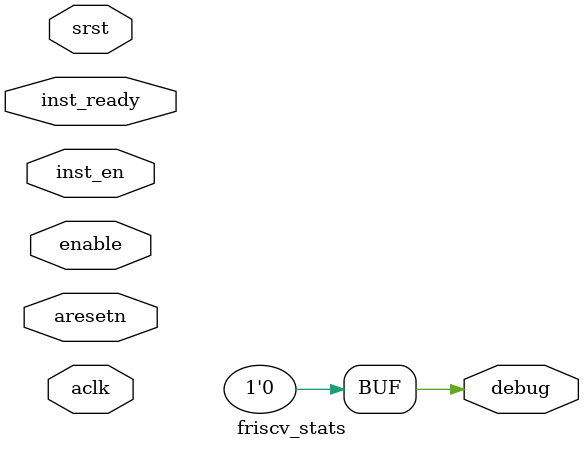
<source format=sv>

`timescale 1 ns / 1 ps
`default_nettype none

module friscv_stats

    #(
    parameter XLEN = 32
    )(
    input  logic        aclk,
    input  logic        aresetn,
    input  logic        srst,
    input  logic        enable,
    input  logic        inst_en,
    input  logic        inst_ready,
    output logic        debug
    );

    logic [XLEN-1:0] uptime;
    logic [XLEN-1:0] inst_wait;
    logic [XLEN-1:0] inst_served;

    // Number of active cycles since moved out of reset
    always @ (posedge aclk or negedge aresetn) begin
        if (~aresetn) begin
            uptime <= {XLEN{1'b0}};
        end else if (srst) begin
            uptime <= {XLEN{1'b0}};
        end else begin
            uptime <= uptime + 1;
        end
    end

    // Number of cycles the controller waited for an instruction
    always @ (posedge aclk or negedge aresetn) begin
        if (~aresetn) begin
            inst_wait <= {XLEN{1'b0}};
        end else if (srst) begin
            inst_wait <= {XLEN{1'b0}};
        end else begin
            if (inst_en && ~inst_ready) begin
                inst_wait <= inst_wait + 1;
            end 
        end
    end

    // Number of cycles the controller was active
    always @ (posedge aclk or negedge aresetn) begin
        if (~aresetn) begin
            inst_served <= {XLEN{1'b0}};
        end else if (srst) begin
            inst_served <= {XLEN{1'b0}};
        end else begin
            if (inst_en && inst_ready) begin
                inst_served <= inst_served + 1;
            end
        end
    end

    assign debug = 1'b0;

endmodule

`resetall


</source>
